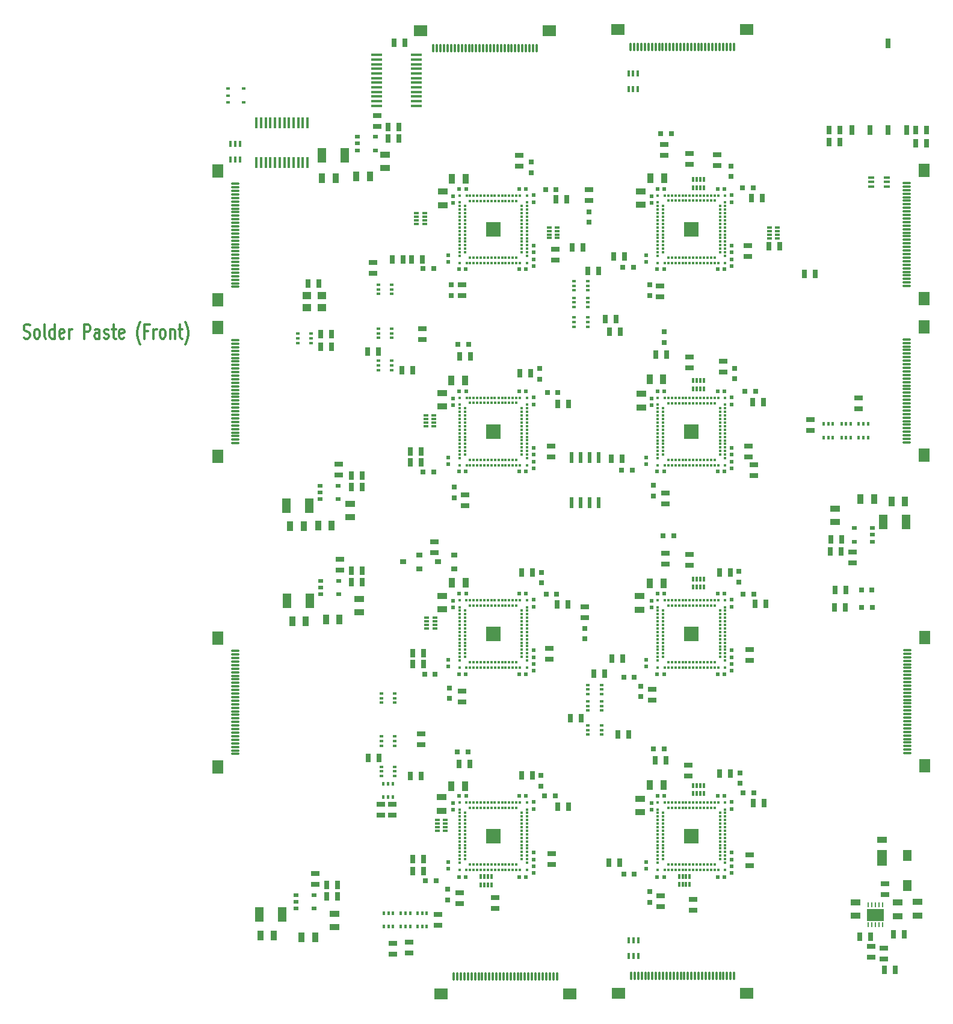
<source format=gtp>
G04 (created by PCBNEW-RS274X (2012-01-19 BZR 3256)-stable) date Tue 25 Sep 2012 19:38:28 BST*
G01*
G70*
G90*
%MOIN*%
G04 Gerber Fmt 3.4, Leading zero omitted, Abs format*
%FSLAX34Y34*%
G04 APERTURE LIST*
%ADD10C,0.009800*%
%ADD11C,0.012000*%
%ADD12R,0.025600X0.011800*%
%ADD13R,0.051200X0.043300*%
%ADD14R,0.074800X0.063000*%
%ADD15O,0.011800X0.049200*%
%ADD16R,0.045000X0.025000*%
%ADD17R,0.030000X0.020000*%
%ADD18R,0.025000X0.045000*%
%ADD19R,0.093700X0.065000*%
%ADD20R,0.009800X0.026600*%
%ADD21R,0.055100X0.086600*%
%ADD22R,0.055100X0.035400*%
%ADD23R,0.015700X0.019700*%
%ADD24R,0.019700X0.015700*%
%ADD25R,0.063000X0.074800*%
%ADD26O,0.049200X0.011800*%
%ADD27R,0.011800X0.063000*%
%ADD28R,0.063000X0.011800*%
%ADD29R,0.025600X0.053100*%
%ADD30R,0.037400X0.025600*%
%ADD31R,0.023600X0.015700*%
%ADD32R,0.047200X0.063000*%
%ADD33R,0.047200X0.078700*%
%ADD34R,0.024400X0.024400*%
%ADD35R,0.055000X0.035000*%
%ADD36R,0.035000X0.055000*%
%ADD37R,0.031400X0.031400*%
%ADD38R,0.020000X0.059100*%
%ADD39R,0.011800X0.025600*%
%ADD40R,0.013800X0.033500*%
%ADD41R,0.033500X0.013800*%
%ADD42R,0.078800X0.078800*%
%ADD43R,0.011800X0.011800*%
G04 APERTURE END LIST*
G54D10*
G54D11*
X05409Y-28032D02*
X05495Y-28070D01*
X05638Y-28070D01*
X05695Y-28032D01*
X05724Y-27994D01*
X05752Y-27917D01*
X05752Y-27841D01*
X05724Y-27765D01*
X05695Y-27727D01*
X05638Y-27689D01*
X05524Y-27651D01*
X05466Y-27613D01*
X05438Y-27575D01*
X05409Y-27498D01*
X05409Y-27422D01*
X05438Y-27346D01*
X05466Y-27308D01*
X05524Y-27270D01*
X05666Y-27270D01*
X05752Y-27308D01*
X06095Y-28070D02*
X06037Y-28032D01*
X06009Y-27994D01*
X05980Y-27917D01*
X05980Y-27689D01*
X06009Y-27613D01*
X06037Y-27575D01*
X06095Y-27536D01*
X06180Y-27536D01*
X06237Y-27575D01*
X06266Y-27613D01*
X06295Y-27689D01*
X06295Y-27917D01*
X06266Y-27994D01*
X06237Y-28032D01*
X06180Y-28070D01*
X06095Y-28070D01*
X06638Y-28070D02*
X06580Y-28032D01*
X06552Y-27956D01*
X06552Y-27270D01*
X07123Y-28070D02*
X07123Y-27270D01*
X07123Y-28032D02*
X07066Y-28070D01*
X06952Y-28070D01*
X06894Y-28032D01*
X06866Y-27994D01*
X06837Y-27917D01*
X06837Y-27689D01*
X06866Y-27613D01*
X06894Y-27575D01*
X06952Y-27536D01*
X07066Y-27536D01*
X07123Y-27575D01*
X07637Y-28032D02*
X07580Y-28070D01*
X07466Y-28070D01*
X07409Y-28032D01*
X07380Y-27956D01*
X07380Y-27651D01*
X07409Y-27575D01*
X07466Y-27536D01*
X07580Y-27536D01*
X07637Y-27575D01*
X07666Y-27651D01*
X07666Y-27727D01*
X07380Y-27803D01*
X07923Y-28070D02*
X07923Y-27536D01*
X07923Y-27689D02*
X07951Y-27613D01*
X07980Y-27575D01*
X08037Y-27536D01*
X08094Y-27536D01*
X08751Y-28070D02*
X08751Y-27270D01*
X08979Y-27270D01*
X09037Y-27308D01*
X09065Y-27346D01*
X09094Y-27422D01*
X09094Y-27536D01*
X09065Y-27613D01*
X09037Y-27651D01*
X08979Y-27689D01*
X08751Y-27689D01*
X09608Y-28070D02*
X09608Y-27651D01*
X09579Y-27575D01*
X09522Y-27536D01*
X09408Y-27536D01*
X09351Y-27575D01*
X09608Y-28032D02*
X09551Y-28070D01*
X09408Y-28070D01*
X09351Y-28032D01*
X09322Y-27956D01*
X09322Y-27879D01*
X09351Y-27803D01*
X09408Y-27765D01*
X09551Y-27765D01*
X09608Y-27727D01*
X09865Y-28032D02*
X09922Y-28070D01*
X10037Y-28070D01*
X10094Y-28032D01*
X10122Y-27956D01*
X10122Y-27917D01*
X10094Y-27841D01*
X10037Y-27803D01*
X09951Y-27803D01*
X09894Y-27765D01*
X09865Y-27689D01*
X09865Y-27651D01*
X09894Y-27575D01*
X09951Y-27536D01*
X10037Y-27536D01*
X10094Y-27575D01*
X10294Y-27536D02*
X10523Y-27536D01*
X10380Y-27270D02*
X10380Y-27956D01*
X10408Y-28032D01*
X10466Y-28070D01*
X10523Y-28070D01*
X10951Y-28032D02*
X10894Y-28070D01*
X10780Y-28070D01*
X10723Y-28032D01*
X10694Y-27956D01*
X10694Y-27651D01*
X10723Y-27575D01*
X10780Y-27536D01*
X10894Y-27536D01*
X10951Y-27575D01*
X10980Y-27651D01*
X10980Y-27727D01*
X10694Y-27803D01*
X11865Y-28375D02*
X11837Y-28336D01*
X11780Y-28222D01*
X11751Y-28146D01*
X11722Y-28032D01*
X11694Y-27841D01*
X11694Y-27689D01*
X11722Y-27498D01*
X11751Y-27384D01*
X11780Y-27308D01*
X11837Y-27194D01*
X11865Y-27156D01*
X12294Y-27651D02*
X12094Y-27651D01*
X12094Y-28070D02*
X12094Y-27270D01*
X12380Y-27270D01*
X12608Y-28070D02*
X12608Y-27536D01*
X12608Y-27689D02*
X12636Y-27613D01*
X12665Y-27575D01*
X12722Y-27536D01*
X12779Y-27536D01*
X13065Y-28070D02*
X13007Y-28032D01*
X12979Y-27994D01*
X12950Y-27917D01*
X12950Y-27689D01*
X12979Y-27613D01*
X13007Y-27575D01*
X13065Y-27536D01*
X13150Y-27536D01*
X13207Y-27575D01*
X13236Y-27613D01*
X13265Y-27689D01*
X13265Y-27917D01*
X13236Y-27994D01*
X13207Y-28032D01*
X13150Y-28070D01*
X13065Y-28070D01*
X13522Y-27536D02*
X13522Y-28070D01*
X13522Y-27613D02*
X13550Y-27575D01*
X13608Y-27536D01*
X13693Y-27536D01*
X13750Y-27575D01*
X13779Y-27651D01*
X13779Y-28070D01*
X13979Y-27536D02*
X14208Y-27536D01*
X14065Y-27270D02*
X14065Y-27956D01*
X14093Y-28032D01*
X14151Y-28070D01*
X14208Y-28070D01*
X14351Y-28375D02*
X14379Y-28336D01*
X14436Y-28222D01*
X14465Y-28146D01*
X14494Y-28032D01*
X14522Y-27841D01*
X14522Y-27689D01*
X14494Y-27498D01*
X14465Y-27384D01*
X14436Y-27308D01*
X14379Y-27194D01*
X14351Y-27156D01*
G54D12*
X27174Y-21122D03*
X27174Y-21319D03*
X27174Y-21516D03*
X27174Y-21713D03*
X27627Y-21713D03*
X27627Y-21516D03*
X27627Y-21319D03*
X27627Y-21122D03*
G54D13*
X21929Y-25699D03*
X21103Y-25699D03*
X21103Y-26349D03*
X21929Y-26349D03*
G54D14*
X45454Y-10964D03*
X38328Y-10964D03*
G54D15*
X39036Y-11928D03*
X39232Y-11928D03*
X39429Y-11928D03*
X39626Y-11928D03*
X39823Y-11928D03*
X40020Y-11928D03*
X40217Y-11928D03*
X40414Y-11928D03*
X40610Y-11928D03*
X40807Y-11928D03*
X41004Y-11928D03*
X41201Y-11928D03*
X41398Y-11928D03*
X41595Y-11928D03*
X41793Y-11929D03*
X41988Y-11928D03*
X42185Y-11928D03*
X42382Y-11928D03*
X42776Y-11928D03*
X43170Y-11928D03*
X43563Y-11928D03*
X43366Y-11928D03*
X42973Y-11928D03*
X42579Y-11928D03*
X43760Y-11928D03*
X43957Y-11928D03*
X44154Y-11928D03*
X44351Y-11928D03*
X44547Y-11928D03*
X44746Y-11928D03*
G54D14*
X34526Y-11022D03*
X27400Y-11022D03*
G54D15*
X28108Y-11986D03*
X28304Y-11986D03*
X28501Y-11986D03*
X28698Y-11986D03*
X28895Y-11986D03*
X29092Y-11986D03*
X29289Y-11986D03*
X29486Y-11986D03*
X29682Y-11986D03*
X29879Y-11986D03*
X30076Y-11986D03*
X30273Y-11986D03*
X30470Y-11986D03*
X30667Y-11986D03*
X30865Y-11987D03*
X31060Y-11986D03*
X31257Y-11986D03*
X31454Y-11986D03*
X31848Y-11986D03*
X32242Y-11986D03*
X32635Y-11986D03*
X32438Y-11986D03*
X32045Y-11986D03*
X31651Y-11986D03*
X32832Y-11986D03*
X33029Y-11986D03*
X33226Y-11986D03*
X33423Y-11986D03*
X33619Y-11986D03*
X33818Y-11986D03*
G54D16*
X34528Y-45812D03*
X34528Y-45212D03*
X34646Y-57170D03*
X34646Y-56570D03*
X45531Y-23528D03*
X45531Y-22928D03*
X45551Y-34610D03*
X45551Y-34010D03*
G54D17*
X20485Y-58877D03*
X20485Y-59627D03*
X21485Y-58877D03*
X20485Y-59252D03*
X21485Y-59627D03*
G54D16*
X21575Y-58293D03*
X21575Y-57693D03*
G54D18*
X22800Y-58327D03*
X22200Y-58327D03*
G54D17*
X21841Y-36213D03*
X21841Y-36963D03*
X22841Y-36213D03*
X21841Y-36588D03*
X22841Y-36963D03*
G54D16*
X22855Y-35616D03*
X22855Y-35016D03*
G54D18*
X24156Y-35663D03*
X23556Y-35663D03*
X24160Y-40923D03*
X23560Y-40923D03*
G54D16*
X22935Y-40889D03*
X22935Y-40289D03*
G54D17*
X21845Y-41473D03*
X21845Y-42223D03*
X22845Y-41473D03*
X21845Y-41848D03*
X22845Y-42223D03*
X23890Y-16891D03*
X23890Y-17641D03*
X24890Y-16891D03*
X23890Y-17266D03*
X24890Y-17641D03*
X52419Y-39303D03*
X52419Y-38553D03*
X51419Y-39303D03*
X52419Y-38928D03*
X51419Y-38553D03*
G54D19*
X52585Y-59971D03*
G54D20*
X52585Y-60522D03*
X52782Y-60522D03*
X52979Y-60522D03*
X52388Y-60522D03*
X52191Y-60522D03*
X52585Y-59420D03*
X52388Y-59420D03*
X52191Y-59420D03*
X52782Y-59420D03*
X52979Y-59420D03*
G54D21*
X52972Y-56831D03*
G54D22*
X52972Y-55827D03*
G54D18*
X50104Y-39853D03*
X50704Y-39853D03*
G54D16*
X51329Y-39887D03*
X51329Y-40487D03*
X52350Y-62318D03*
X52350Y-61718D03*
G54D18*
X52315Y-61172D03*
X51715Y-61172D03*
G54D16*
X53071Y-61806D03*
X53071Y-62406D03*
G54D18*
X53605Y-61054D03*
X54205Y-61054D03*
G54D16*
X24980Y-16307D03*
X24980Y-15707D03*
G54D18*
X26205Y-16341D03*
X25605Y-16341D03*
G54D16*
X34862Y-23725D03*
X34862Y-23125D03*
G54D23*
X27481Y-59882D03*
X27737Y-59882D03*
X27225Y-59882D03*
X27225Y-60630D03*
X27481Y-60630D03*
X27737Y-60630D03*
X26556Y-59882D03*
X26812Y-59882D03*
X26300Y-59882D03*
X26300Y-60630D03*
X26556Y-60630D03*
X26812Y-60630D03*
X25611Y-59882D03*
X25867Y-59882D03*
X25355Y-59882D03*
X25355Y-60630D03*
X25611Y-60630D03*
X25867Y-60630D03*
G54D16*
X45630Y-57249D03*
X45630Y-56649D03*
X45610Y-45891D03*
X45610Y-45291D03*
X34626Y-34610D03*
X34626Y-34010D03*
G54D24*
X35904Y-25137D03*
X35904Y-24881D03*
X35904Y-25393D03*
X36652Y-25393D03*
X36652Y-25137D03*
X36652Y-24881D03*
X25059Y-25335D03*
X25059Y-25079D03*
X25059Y-25591D03*
X25807Y-25591D03*
X25807Y-25335D03*
X25807Y-25079D03*
X35904Y-26063D03*
X35904Y-25807D03*
X35904Y-26319D03*
X36652Y-26319D03*
X36652Y-26063D03*
X36652Y-25807D03*
X25059Y-27776D03*
X25059Y-27520D03*
X25059Y-28032D03*
X25807Y-28032D03*
X25807Y-27776D03*
X25807Y-27520D03*
G54D14*
X28524Y-64351D03*
X35650Y-64351D03*
G54D15*
X34942Y-63387D03*
X34746Y-63387D03*
X34549Y-63387D03*
X34352Y-63387D03*
X34155Y-63387D03*
X33958Y-63387D03*
X33761Y-63387D03*
X33564Y-63387D03*
X33368Y-63387D03*
X33171Y-63387D03*
X32974Y-63387D03*
X32777Y-63387D03*
X32580Y-63387D03*
X32383Y-63387D03*
X32185Y-63386D03*
X31990Y-63387D03*
X31793Y-63387D03*
X31596Y-63387D03*
X31202Y-63387D03*
X30808Y-63387D03*
X30415Y-63387D03*
X30612Y-63387D03*
X31005Y-63387D03*
X31399Y-63387D03*
X30218Y-63387D03*
X30021Y-63387D03*
X29824Y-63387D03*
X29627Y-63387D03*
X29431Y-63387D03*
X29232Y-63387D03*
G54D14*
X38347Y-64312D03*
X45473Y-64312D03*
G54D15*
X44765Y-63348D03*
X44569Y-63348D03*
X44372Y-63348D03*
X44175Y-63348D03*
X43978Y-63348D03*
X43781Y-63348D03*
X43584Y-63348D03*
X43387Y-63348D03*
X43191Y-63348D03*
X42994Y-63348D03*
X42797Y-63348D03*
X42600Y-63348D03*
X42403Y-63348D03*
X42206Y-63348D03*
X42008Y-63347D03*
X41813Y-63348D03*
X41616Y-63348D03*
X41419Y-63348D03*
X41025Y-63348D03*
X40631Y-63348D03*
X40238Y-63348D03*
X40435Y-63348D03*
X40828Y-63348D03*
X41222Y-63348D03*
X40041Y-63348D03*
X39844Y-63348D03*
X39647Y-63348D03*
X39450Y-63348D03*
X39254Y-63348D03*
X39055Y-63348D03*
G54D25*
X55294Y-25865D03*
X55294Y-18739D03*
G54D26*
X54330Y-19447D03*
X54330Y-19643D03*
X54330Y-19840D03*
X54330Y-20037D03*
X54330Y-20234D03*
X54330Y-20431D03*
X54330Y-20628D03*
X54330Y-20825D03*
X54330Y-21021D03*
X54330Y-21218D03*
X54330Y-21415D03*
X54330Y-21612D03*
X54330Y-21809D03*
X54330Y-22006D03*
X54329Y-22204D03*
X54330Y-22399D03*
X54330Y-22596D03*
X54330Y-22793D03*
X54330Y-23187D03*
X54330Y-23581D03*
X54330Y-23974D03*
X54330Y-23777D03*
X54330Y-23384D03*
X54330Y-22990D03*
X54330Y-24171D03*
X54330Y-24368D03*
X54330Y-24565D03*
X54330Y-24762D03*
X54330Y-24958D03*
X54330Y-25157D03*
G54D25*
X55296Y-34527D03*
X55296Y-27401D03*
G54D26*
X54332Y-28109D03*
X54332Y-28305D03*
X54332Y-28502D03*
X54332Y-28699D03*
X54332Y-28896D03*
X54332Y-29093D03*
X54332Y-29290D03*
X54332Y-29487D03*
X54332Y-29683D03*
X54332Y-29880D03*
X54332Y-30077D03*
X54332Y-30274D03*
X54332Y-30471D03*
X54332Y-30668D03*
X54331Y-30866D03*
X54332Y-31061D03*
X54332Y-31258D03*
X54332Y-31455D03*
X54332Y-31849D03*
X54332Y-32243D03*
X54332Y-32636D03*
X54332Y-32439D03*
X54332Y-32046D03*
X54332Y-31652D03*
X54332Y-32833D03*
X54332Y-33030D03*
X54332Y-33227D03*
X54332Y-33424D03*
X54332Y-33620D03*
X54332Y-33819D03*
G54D25*
X55316Y-51732D03*
X55316Y-44606D03*
G54D26*
X54352Y-45314D03*
X54352Y-45510D03*
X54352Y-45707D03*
X54352Y-45904D03*
X54352Y-46101D03*
X54352Y-46298D03*
X54352Y-46495D03*
X54352Y-46692D03*
X54352Y-46888D03*
X54352Y-47085D03*
X54352Y-47282D03*
X54352Y-47479D03*
X54352Y-47676D03*
X54352Y-47873D03*
X54351Y-48071D03*
X54352Y-48266D03*
X54352Y-48463D03*
X54352Y-48660D03*
X54352Y-49054D03*
X54352Y-49448D03*
X54352Y-49841D03*
X54352Y-49644D03*
X54352Y-49251D03*
X54352Y-48857D03*
X54352Y-50038D03*
X54352Y-50235D03*
X54352Y-50432D03*
X54352Y-50629D03*
X54352Y-50825D03*
X54352Y-51024D03*
G54D25*
X16161Y-44646D03*
X16161Y-51772D03*
G54D26*
X17125Y-51064D03*
X17125Y-50868D03*
X17125Y-50671D03*
X17125Y-50474D03*
X17125Y-50277D03*
X17125Y-50080D03*
X17125Y-49883D03*
X17125Y-49686D03*
X17125Y-49490D03*
X17125Y-49293D03*
X17125Y-49096D03*
X17125Y-48899D03*
X17125Y-48702D03*
X17125Y-48505D03*
X17126Y-48307D03*
X17125Y-48112D03*
X17125Y-47915D03*
X17125Y-47718D03*
X17125Y-47324D03*
X17125Y-46930D03*
X17125Y-46537D03*
X17125Y-46734D03*
X17125Y-47127D03*
X17125Y-47521D03*
X17125Y-46340D03*
X17125Y-46143D03*
X17125Y-45946D03*
X17125Y-45749D03*
X17125Y-45553D03*
X17125Y-45354D03*
G54D25*
X16161Y-27441D03*
X16161Y-34567D03*
G54D26*
X17125Y-33859D03*
X17125Y-33663D03*
X17125Y-33466D03*
X17125Y-33269D03*
X17125Y-33072D03*
X17125Y-32875D03*
X17125Y-32678D03*
X17125Y-32481D03*
X17125Y-32285D03*
X17125Y-32088D03*
X17125Y-31891D03*
X17125Y-31694D03*
X17125Y-31497D03*
X17125Y-31300D03*
X17126Y-31102D03*
X17125Y-30907D03*
X17125Y-30710D03*
X17125Y-30513D03*
X17125Y-30119D03*
X17125Y-29725D03*
X17125Y-29332D03*
X17125Y-29529D03*
X17125Y-29922D03*
X17125Y-30316D03*
X17125Y-29135D03*
X17125Y-28938D03*
X17125Y-28741D03*
X17125Y-28544D03*
X17125Y-28348D03*
X17125Y-28149D03*
G54D25*
X16160Y-18780D03*
X16160Y-25906D03*
G54D26*
X17124Y-25198D03*
X17124Y-25002D03*
X17124Y-24805D03*
X17124Y-24608D03*
X17124Y-24411D03*
X17124Y-24214D03*
X17124Y-24017D03*
X17124Y-23820D03*
X17124Y-23624D03*
X17124Y-23427D03*
X17124Y-23230D03*
X17124Y-23033D03*
X17124Y-22836D03*
X17124Y-22639D03*
X17125Y-22441D03*
X17124Y-22246D03*
X17124Y-22049D03*
X17124Y-21852D03*
X17124Y-21458D03*
X17124Y-21064D03*
X17124Y-20671D03*
X17124Y-20868D03*
X17124Y-21261D03*
X17124Y-21655D03*
X17124Y-20474D03*
X17124Y-20277D03*
X17124Y-20080D03*
X17124Y-19883D03*
X17124Y-19687D03*
X17124Y-19488D03*
G54D27*
X20610Y-18307D03*
X20866Y-18307D03*
X21122Y-18307D03*
X20354Y-18307D03*
X20098Y-18307D03*
X19842Y-18307D03*
X18307Y-18307D03*
X18563Y-18307D03*
X18819Y-18307D03*
X19587Y-18307D03*
X19331Y-18307D03*
X19075Y-18307D03*
X19075Y-16103D03*
X19331Y-16103D03*
X19587Y-16103D03*
X18819Y-16103D03*
X18563Y-16103D03*
X18307Y-16103D03*
X19842Y-16103D03*
X20098Y-16103D03*
X20354Y-16103D03*
X21122Y-16103D03*
X20866Y-16103D03*
X20610Y-16103D03*
G54D28*
X27165Y-12874D03*
X27165Y-12618D03*
X27165Y-12362D03*
X27165Y-13130D03*
X27165Y-13386D03*
X27165Y-13642D03*
X27165Y-15177D03*
X27165Y-14921D03*
X27165Y-14665D03*
X27165Y-13897D03*
X27165Y-14153D03*
X27165Y-14409D03*
X24961Y-14409D03*
X24961Y-14153D03*
X24961Y-13897D03*
X24961Y-14665D03*
X24961Y-14921D03*
X24961Y-15177D03*
X24961Y-13642D03*
X24961Y-13386D03*
X24961Y-13130D03*
X24961Y-12362D03*
X24961Y-12618D03*
X24961Y-12874D03*
G54D29*
X53306Y-16516D03*
X54310Y-16516D03*
X52302Y-16516D03*
X51298Y-16516D03*
X53307Y-11713D03*
G54D30*
X29252Y-40806D03*
X29252Y-40058D03*
X28346Y-40432D03*
X27323Y-40806D03*
X27323Y-40058D03*
X26417Y-40432D03*
G54D16*
X28169Y-39306D03*
X28169Y-39906D03*
X26752Y-61472D03*
X26752Y-62072D03*
G54D24*
X35905Y-27145D03*
X35905Y-26889D03*
X35905Y-27401D03*
X36653Y-27401D03*
X36653Y-27145D03*
X36653Y-26889D03*
G54D31*
X16713Y-14606D03*
X16713Y-14232D03*
X16713Y-14980D03*
X17579Y-14980D03*
X17579Y-14232D03*
G54D16*
X24764Y-24454D03*
X24764Y-23854D03*
G54D18*
X54818Y-16516D03*
X55418Y-16516D03*
X54818Y-17244D03*
X55418Y-17244D03*
X50635Y-17185D03*
X50035Y-17185D03*
X50635Y-16516D03*
X50035Y-16516D03*
G54D24*
X36673Y-47500D03*
X36673Y-47244D03*
X36673Y-47756D03*
X37421Y-47756D03*
X37421Y-47500D03*
X37421Y-47244D03*
X36673Y-48406D03*
X36673Y-48150D03*
X36673Y-48662D03*
X37421Y-48662D03*
X37421Y-48406D03*
X37421Y-48150D03*
X25217Y-47972D03*
X25217Y-47716D03*
X25217Y-48228D03*
X25965Y-48228D03*
X25965Y-47972D03*
X25965Y-47716D03*
X25217Y-50354D03*
X25217Y-50098D03*
X25217Y-50610D03*
X25965Y-50610D03*
X25965Y-50354D03*
X25965Y-50098D03*
G54D23*
X50965Y-33543D03*
X50709Y-33543D03*
X51221Y-33543D03*
X51221Y-32795D03*
X50965Y-32795D03*
X50709Y-32795D03*
X51929Y-33543D03*
X51673Y-33543D03*
X52185Y-33543D03*
X52185Y-32795D03*
X51929Y-32795D03*
X51673Y-32795D03*
G54D24*
X20581Y-28051D03*
X20581Y-27795D03*
X20581Y-28307D03*
X21329Y-28307D03*
X21329Y-28051D03*
X21329Y-27795D03*
X36673Y-49744D03*
X36673Y-49488D03*
X36673Y-50000D03*
X37421Y-50000D03*
X37421Y-49744D03*
X37421Y-49488D03*
X25217Y-52028D03*
X25217Y-51772D03*
X25217Y-52284D03*
X25965Y-52284D03*
X25965Y-52028D03*
X25965Y-51772D03*
G54D23*
X49980Y-33543D03*
X49724Y-33543D03*
X50236Y-33543D03*
X50236Y-32795D03*
X49980Y-32795D03*
X49724Y-32795D03*
G54D32*
X54350Y-56671D03*
X54350Y-58345D03*
G54D33*
X54291Y-38205D03*
X53031Y-38205D03*
X18457Y-59960D03*
X19717Y-59960D03*
X19990Y-42578D03*
X21250Y-42578D03*
X19957Y-37322D03*
X21217Y-37322D03*
X21941Y-17925D03*
X23201Y-17925D03*
G54D16*
X53110Y-58863D03*
X53110Y-58263D03*
G54D18*
X21767Y-25010D03*
X21167Y-25010D03*
X26206Y-16969D03*
X25606Y-16969D03*
X53106Y-63012D03*
X53706Y-63012D03*
X50113Y-39173D03*
X50713Y-39173D03*
X24158Y-41555D03*
X23558Y-41555D03*
X24158Y-36299D03*
X23558Y-36299D03*
X22800Y-58957D03*
X22200Y-58957D03*
X37249Y-24331D03*
X36649Y-24331D03*
G54D16*
X27421Y-49936D03*
X27421Y-50536D03*
X27480Y-28115D03*
X27480Y-27515D03*
G54D18*
X37583Y-46614D03*
X36983Y-46614D03*
G54D16*
X42224Y-51669D03*
X42224Y-52269D03*
X42303Y-40015D03*
X42303Y-40615D03*
X42500Y-59129D03*
X42500Y-59729D03*
X25866Y-62150D03*
X25866Y-61550D03*
X51673Y-31354D03*
X51673Y-31954D03*
X31535Y-59011D03*
X31535Y-59611D03*
G54D18*
X24503Y-51280D03*
X25103Y-51280D03*
X27426Y-52283D03*
X26826Y-52283D03*
X38922Y-50000D03*
X38322Y-50000D03*
X35684Y-49075D03*
X36284Y-49075D03*
X27564Y-45472D03*
X26964Y-45472D03*
X27544Y-56870D03*
X26944Y-56870D03*
X38450Y-27697D03*
X37850Y-27697D03*
X38233Y-26969D03*
X37633Y-26969D03*
X26973Y-29803D03*
X26373Y-29803D03*
X24464Y-28799D03*
X25064Y-28799D03*
X36402Y-23012D03*
X35802Y-23012D03*
X27426Y-34311D03*
X26826Y-34311D03*
G54D16*
X42303Y-17830D03*
X42303Y-18430D03*
X42303Y-29070D03*
X42303Y-29670D03*
G54D18*
X47308Y-22953D03*
X46708Y-22953D03*
X48657Y-24488D03*
X49257Y-24488D03*
X26422Y-23681D03*
X25822Y-23681D03*
X38686Y-23524D03*
X38086Y-23524D03*
G54D16*
X40669Y-25153D03*
X40669Y-25753D03*
X43819Y-18469D03*
X43819Y-17869D03*
G54D18*
X45724Y-20295D03*
X46324Y-20295D03*
X38568Y-34724D03*
X37968Y-34724D03*
G54D16*
X40945Y-36629D03*
X40945Y-37229D03*
X44154Y-29926D03*
X44154Y-29326D03*
G54D18*
X45783Y-31575D03*
X46383Y-31575D03*
X27564Y-46083D03*
X26964Y-46083D03*
G54D16*
X29685Y-47574D03*
X29685Y-48174D03*
G54D18*
X32987Y-41004D03*
X33587Y-41004D03*
X34956Y-42776D03*
X35556Y-42776D03*
X27544Y-57539D03*
X26944Y-57539D03*
G54D16*
X29547Y-58735D03*
X29547Y-59335D03*
G54D18*
X33007Y-52244D03*
X33607Y-52244D03*
X34995Y-53996D03*
X35595Y-53996D03*
X38587Y-45768D03*
X37987Y-45768D03*
G54D16*
X40217Y-47495D03*
X40217Y-48095D03*
G54D18*
X43972Y-41024D03*
X44572Y-41024D03*
X45920Y-42756D03*
X46520Y-42756D03*
X38410Y-57087D03*
X37810Y-57087D03*
G54D16*
X40689Y-58932D03*
X40689Y-59532D03*
G54D18*
X43972Y-52146D03*
X44572Y-52146D03*
X45822Y-53799D03*
X46422Y-53799D03*
X27485Y-23681D03*
X26885Y-23681D03*
G54D16*
X29705Y-25074D03*
X29705Y-25674D03*
X32854Y-18509D03*
X32854Y-17909D03*
G54D18*
X34877Y-20354D03*
X35477Y-20354D03*
X27426Y-34902D03*
X26826Y-34902D03*
G54D16*
X29843Y-36728D03*
X29843Y-37328D03*
G54D18*
X32889Y-30000D03*
X33489Y-30000D03*
X34976Y-31673D03*
X35576Y-31673D03*
G54D34*
X33642Y-22921D03*
X33642Y-23299D03*
X29193Y-20563D03*
X29193Y-20185D03*
X28917Y-23453D03*
X28917Y-23831D03*
X33642Y-20504D03*
X33642Y-20126D03*
X33642Y-23669D03*
X33642Y-24047D03*
X29913Y-19783D03*
X29535Y-19783D03*
X32862Y-24232D03*
X33240Y-24232D03*
X29894Y-24232D03*
X29516Y-24232D03*
X32862Y-19783D03*
X33240Y-19783D03*
X43846Y-30984D03*
X44224Y-30984D03*
X40878Y-35433D03*
X40500Y-35433D03*
X43846Y-35433D03*
X44224Y-35433D03*
X40898Y-30984D03*
X40520Y-30984D03*
X44626Y-34870D03*
X44626Y-35248D03*
X44626Y-31705D03*
X44626Y-31327D03*
X39902Y-34654D03*
X39902Y-35032D03*
X40177Y-31764D03*
X40177Y-31386D03*
X44626Y-34122D03*
X44626Y-34500D03*
X44626Y-22921D03*
X44626Y-23299D03*
X40177Y-20563D03*
X40177Y-20185D03*
X39902Y-23453D03*
X39902Y-23831D03*
X44626Y-20504D03*
X44626Y-20126D03*
X44626Y-23669D03*
X44626Y-24047D03*
X40898Y-19783D03*
X40520Y-19783D03*
X43846Y-24232D03*
X44224Y-24232D03*
X40878Y-24232D03*
X40500Y-24232D03*
X43846Y-19783D03*
X44224Y-19783D03*
X32862Y-30984D03*
X33240Y-30984D03*
X29894Y-35433D03*
X29516Y-35433D03*
X32862Y-35433D03*
X33240Y-35433D03*
X29913Y-30984D03*
X29535Y-30984D03*
X33642Y-34870D03*
X33642Y-35248D03*
X33642Y-31705D03*
X33642Y-31327D03*
X28917Y-34654D03*
X28917Y-35032D03*
X29193Y-31764D03*
X29193Y-31386D03*
X33642Y-34122D03*
X33642Y-34500D03*
X33642Y-56524D03*
X33642Y-56902D03*
X29193Y-54165D03*
X29193Y-53787D03*
X28917Y-57055D03*
X28917Y-57433D03*
X33642Y-54106D03*
X33642Y-53728D03*
X33642Y-57272D03*
X33642Y-57650D03*
X29913Y-53386D03*
X29535Y-53386D03*
X32862Y-57894D03*
X33240Y-57894D03*
X29894Y-57894D03*
X29516Y-57894D03*
X32862Y-53386D03*
X33240Y-53386D03*
X43846Y-53386D03*
X44224Y-53386D03*
X40878Y-57894D03*
X40500Y-57894D03*
X43846Y-57894D03*
X44224Y-57894D03*
X40898Y-53386D03*
X40520Y-53386D03*
X44626Y-57272D03*
X44626Y-57650D03*
X44626Y-54106D03*
X44626Y-53728D03*
X39902Y-57055D03*
X39902Y-57433D03*
X40177Y-54165D03*
X40177Y-53787D03*
X44626Y-56524D03*
X44626Y-56902D03*
X44626Y-45323D03*
X44626Y-45701D03*
X40177Y-42965D03*
X40177Y-42587D03*
X39902Y-45854D03*
X39902Y-46232D03*
X44626Y-42906D03*
X44626Y-42528D03*
X44626Y-46071D03*
X44626Y-46449D03*
X40898Y-42185D03*
X40520Y-42185D03*
X43846Y-46634D03*
X44224Y-46634D03*
X40878Y-46634D03*
X40500Y-46634D03*
X43846Y-42185D03*
X44224Y-42185D03*
X32862Y-42185D03*
X33240Y-42185D03*
X29894Y-46634D03*
X29516Y-46634D03*
X32862Y-46634D03*
X33240Y-46634D03*
X29913Y-42185D03*
X29535Y-42185D03*
X33642Y-46071D03*
X33642Y-46449D03*
X33642Y-42906D03*
X33642Y-42528D03*
X28917Y-45854D03*
X28917Y-46232D03*
X29193Y-42965D03*
X29193Y-42587D03*
X33642Y-45323D03*
X33642Y-45701D03*
G54D35*
X28622Y-20670D03*
X28622Y-19920D03*
G54D36*
X29883Y-19213D03*
X29133Y-19213D03*
G54D35*
X28602Y-31832D03*
X28602Y-31082D03*
G54D36*
X29844Y-30394D03*
X29094Y-30394D03*
X23838Y-19094D03*
X24588Y-19094D03*
G54D35*
X39587Y-20651D03*
X39587Y-19901D03*
G54D36*
X40887Y-19193D03*
X40137Y-19193D03*
G54D35*
X39626Y-31871D03*
X39626Y-31121D03*
G54D36*
X40828Y-30315D03*
X40078Y-30315D03*
X21712Y-38425D03*
X22462Y-38425D03*
G54D35*
X23504Y-37204D03*
X23504Y-37954D03*
X28583Y-43052D03*
X28583Y-42302D03*
G54D36*
X29883Y-41594D03*
X29133Y-41594D03*
G54D35*
X28543Y-54214D03*
X28543Y-53464D03*
G54D36*
X29844Y-52835D03*
X29094Y-52835D03*
X22145Y-43622D03*
X22895Y-43622D03*
G54D35*
X23976Y-42479D03*
X23976Y-43229D03*
X39528Y-43072D03*
X39528Y-42322D03*
G54D36*
X40847Y-41614D03*
X40097Y-41614D03*
G54D35*
X39567Y-54292D03*
X39567Y-53542D03*
G54D36*
X40847Y-52795D03*
X40097Y-52795D03*
X20806Y-61220D03*
X21556Y-61220D03*
G54D35*
X22638Y-59901D03*
X22638Y-60651D03*
X50374Y-38229D03*
X50374Y-37479D03*
X25433Y-17873D03*
X25433Y-18623D03*
X54941Y-59251D03*
X54941Y-60001D03*
X53819Y-59290D03*
X53819Y-60040D03*
X51496Y-59271D03*
X51496Y-60021D03*
G54D16*
X49006Y-32544D03*
X49006Y-33144D03*
X28346Y-60566D03*
X28346Y-59966D03*
G54D18*
X22465Y-27815D03*
X21865Y-27815D03*
X21865Y-28514D03*
X22465Y-28514D03*
G54D37*
X33524Y-18289D03*
X33524Y-18879D03*
X35000Y-31043D03*
X34410Y-31043D03*
X33976Y-29724D03*
X33976Y-30314D03*
X34901Y-19824D03*
X34311Y-19824D03*
X27540Y-24194D03*
X28130Y-24194D03*
X29094Y-25670D03*
X29094Y-25080D03*
X45826Y-19705D03*
X45236Y-19705D03*
X44587Y-18505D03*
X44587Y-19095D03*
X38603Y-24115D03*
X39193Y-24115D03*
X40079Y-25670D03*
X40079Y-25080D03*
X27520Y-35452D03*
X28110Y-35452D03*
X29272Y-36889D03*
X29272Y-36299D03*
X45945Y-30984D03*
X45355Y-30984D03*
X44783Y-29704D03*
X44783Y-30294D03*
X38524Y-35334D03*
X39114Y-35334D03*
X40295Y-36771D03*
X40295Y-36181D03*
X28996Y-47992D03*
X28996Y-47402D03*
X27618Y-46653D03*
X28208Y-46653D03*
X34094Y-41004D03*
X34094Y-41594D03*
X34941Y-42204D03*
X34351Y-42204D03*
X39606Y-47893D03*
X39606Y-47303D03*
X38642Y-46811D03*
X39232Y-46811D03*
X45039Y-40965D03*
X45039Y-41555D03*
X45846Y-42205D03*
X45256Y-42205D03*
X45846Y-53209D03*
X45256Y-53209D03*
X45089Y-52107D03*
X45089Y-52697D03*
X38642Y-57716D03*
X39232Y-57716D03*
X40098Y-59271D03*
X40098Y-58681D03*
X34842Y-53386D03*
X34252Y-53386D03*
X34075Y-52264D03*
X34075Y-52854D03*
X28898Y-59153D03*
X28898Y-58563D03*
X27658Y-58091D03*
X28248Y-58091D03*
G54D36*
X52521Y-36959D03*
X51771Y-36959D03*
G54D38*
X35750Y-34650D03*
X36250Y-34650D03*
X36750Y-34650D03*
X37250Y-34650D03*
X37250Y-37150D03*
X36750Y-37150D03*
X36250Y-37150D03*
X35750Y-37150D03*
G54D39*
X42500Y-19706D03*
X42697Y-19706D03*
X42894Y-19706D03*
X43091Y-19706D03*
X43091Y-19253D03*
X42894Y-19253D03*
X42697Y-19253D03*
X42500Y-19253D03*
G54D12*
X28132Y-32913D03*
X28132Y-32716D03*
X28132Y-32519D03*
X28132Y-32322D03*
X27679Y-32322D03*
X27679Y-32519D03*
X27679Y-32716D03*
X27679Y-32913D03*
G54D39*
X42500Y-30838D03*
X42697Y-30838D03*
X42894Y-30838D03*
X43091Y-30838D03*
X43091Y-30385D03*
X42894Y-30385D03*
X42697Y-30385D03*
X42500Y-30385D03*
G54D12*
X34972Y-22500D03*
X34972Y-22303D03*
X34972Y-22106D03*
X34972Y-21909D03*
X34519Y-21909D03*
X34519Y-22106D03*
X34519Y-22303D03*
X34519Y-22500D03*
X46721Y-21910D03*
X46721Y-22107D03*
X46721Y-22304D03*
X46721Y-22501D03*
X47174Y-22501D03*
X47174Y-22304D03*
X47174Y-22107D03*
X47174Y-21910D03*
X28181Y-44114D03*
X28181Y-43917D03*
X28181Y-43720D03*
X28181Y-43523D03*
X27728Y-43523D03*
X27728Y-43720D03*
X27728Y-43917D03*
X27728Y-44114D03*
G54D39*
X42500Y-41822D03*
X42697Y-41822D03*
X42894Y-41822D03*
X43091Y-41822D03*
X43091Y-41369D03*
X42894Y-41369D03*
X42697Y-41369D03*
X42500Y-41369D03*
X42500Y-53259D03*
X42697Y-53259D03*
X42894Y-53259D03*
X43091Y-53259D03*
X43091Y-52806D03*
X42894Y-52806D03*
X42697Y-52806D03*
X42500Y-52806D03*
X41713Y-58299D03*
X41910Y-58299D03*
X42107Y-58299D03*
X42304Y-58299D03*
X42304Y-57846D03*
X42107Y-57846D03*
X41910Y-57846D03*
X41713Y-57846D03*
X30729Y-58319D03*
X30926Y-58319D03*
X31123Y-58319D03*
X31320Y-58319D03*
X31320Y-57866D03*
X31123Y-57866D03*
X30926Y-57866D03*
X30729Y-57866D03*
G54D12*
X28771Y-55315D03*
X28771Y-55118D03*
X28771Y-54921D03*
X28771Y-54724D03*
X28318Y-54724D03*
X28318Y-54921D03*
X28318Y-55118D03*
X28318Y-55315D03*
G54D37*
X51821Y-42963D03*
X52411Y-42963D03*
X51811Y-41998D03*
X52401Y-41998D03*
G54D36*
X54241Y-37087D03*
X53491Y-37087D03*
X21034Y-43701D03*
X20284Y-43701D03*
X19265Y-61114D03*
X18515Y-61114D03*
X21936Y-19185D03*
X22686Y-19185D03*
X20914Y-38445D03*
X20164Y-38445D03*
G54D16*
X45846Y-35054D03*
X45846Y-35654D03*
G54D18*
X50340Y-42963D03*
X50940Y-42963D03*
X50350Y-41998D03*
X50950Y-41998D03*
G54D40*
X39193Y-62264D03*
X39449Y-62264D03*
X38937Y-62264D03*
X39193Y-61398D03*
X38937Y-61398D03*
X39449Y-61398D03*
G54D41*
X53228Y-19390D03*
X53228Y-19134D03*
X53228Y-19646D03*
X52362Y-19390D03*
X52362Y-19646D03*
X52362Y-19134D03*
G54D40*
X39173Y-13386D03*
X38917Y-13386D03*
X39429Y-13386D03*
X39173Y-14252D03*
X39429Y-14252D03*
X38917Y-14252D03*
X17126Y-18150D03*
X17382Y-18150D03*
X16870Y-18150D03*
X17126Y-17284D03*
X16870Y-17284D03*
X17382Y-17284D03*
G54D24*
X25059Y-29547D03*
X25059Y-29291D03*
X25059Y-29803D03*
X25807Y-29803D03*
X25807Y-29547D03*
X25807Y-29291D03*
G54D37*
X40886Y-50797D03*
X40296Y-50797D03*
G54D18*
X40999Y-51427D03*
X40399Y-51427D03*
G54D37*
X30029Y-50935D03*
X29439Y-50935D03*
X36476Y-44105D03*
X36476Y-44695D03*
X41427Y-38986D03*
X40837Y-38986D03*
X30049Y-28396D03*
X29459Y-28396D03*
X36722Y-21034D03*
X36722Y-21624D03*
X41279Y-16703D03*
X40689Y-16703D03*
X40906Y-28267D03*
X40906Y-27677D03*
G54D18*
X30123Y-51624D03*
X29523Y-51624D03*
G54D16*
X36476Y-42909D03*
X36476Y-43509D03*
X40955Y-40546D03*
X40955Y-39946D03*
G54D18*
X30143Y-29055D03*
X29543Y-29055D03*
G54D16*
X36732Y-19818D03*
X36732Y-20418D03*
X40906Y-17908D03*
X40906Y-17308D03*
G54D18*
X41038Y-28957D03*
X40438Y-28957D03*
G54D16*
X25839Y-54450D03*
X25839Y-53850D03*
X25181Y-54446D03*
X25181Y-53846D03*
G54D23*
X25587Y-52709D03*
X25843Y-52709D03*
X25331Y-52709D03*
X25331Y-53457D03*
X25587Y-53457D03*
X25843Y-53457D03*
G54D42*
X31418Y-22009D03*
G54D43*
X33288Y-23879D03*
X29548Y-23879D03*
X33288Y-20139D03*
X29548Y-20139D03*
X29942Y-20139D03*
X30139Y-20139D03*
X30336Y-20139D03*
X30533Y-20139D03*
X30729Y-20139D03*
X30926Y-20139D03*
X31123Y-20139D03*
X31320Y-20139D03*
X31507Y-20139D03*
X31714Y-20139D03*
X31911Y-20139D03*
X32108Y-20139D03*
X32304Y-20139D03*
X32501Y-20139D03*
X32698Y-20139D03*
X32894Y-20139D03*
X30138Y-20434D03*
X30335Y-20434D03*
X30532Y-20434D03*
X30729Y-20434D03*
X30926Y-20434D03*
X31123Y-20434D03*
X31320Y-20434D03*
X31516Y-20434D03*
X31713Y-20434D03*
X31910Y-20434D03*
X32107Y-20434D03*
X32304Y-20434D03*
X32501Y-20434D03*
X32698Y-20434D03*
X29548Y-20533D03*
X29548Y-20729D03*
X29548Y-20926D03*
X29548Y-21123D03*
X29548Y-21320D03*
X29548Y-21517D03*
X29548Y-21911D03*
X29548Y-22108D03*
X29548Y-22304D03*
X29548Y-22501D03*
X29548Y-22894D03*
X29548Y-23091D03*
X29548Y-23288D03*
X29548Y-23485D03*
X29548Y-21714D03*
X29548Y-22698D03*
X29843Y-20729D03*
X29843Y-20926D03*
X29843Y-21123D03*
X29843Y-21320D03*
X29843Y-21517D03*
X29843Y-21714D03*
X29843Y-21911D03*
X29843Y-22107D03*
X29843Y-22304D03*
X29843Y-22501D03*
X29843Y-22698D03*
X29843Y-22895D03*
X29843Y-23092D03*
X29843Y-23289D03*
X29942Y-23879D03*
X30138Y-23879D03*
X30335Y-23879D03*
X30532Y-23879D03*
X30729Y-23879D03*
X30926Y-23879D03*
X31123Y-23879D03*
X31320Y-23879D03*
X31516Y-23879D03*
X31713Y-23879D03*
X31910Y-23879D03*
X32107Y-23879D03*
X32304Y-23879D03*
X32501Y-23879D03*
X32698Y-23879D03*
X32894Y-23879D03*
X30138Y-23584D03*
X30335Y-23584D03*
X30532Y-23584D03*
X30729Y-23584D03*
X30926Y-23584D03*
X31123Y-23584D03*
X31320Y-23584D03*
X31516Y-23584D03*
X31713Y-23584D03*
X31910Y-23584D03*
X32107Y-23584D03*
X32304Y-23584D03*
X32501Y-23584D03*
X32698Y-23584D03*
X33288Y-23485D03*
X33288Y-23289D03*
X33288Y-23092D03*
X33288Y-22895D03*
X33288Y-22698D03*
X33288Y-22501D03*
X33288Y-22304D03*
X33288Y-22107D03*
X33288Y-21911D03*
X33288Y-21714D03*
X33288Y-21517D03*
X33288Y-21123D03*
X33288Y-21320D03*
X33288Y-20926D03*
X33288Y-20729D03*
X33288Y-20533D03*
X32993Y-23289D03*
X32993Y-23092D03*
X32993Y-22895D03*
X32993Y-22698D03*
X32993Y-22501D03*
X32993Y-22304D03*
X32993Y-22107D03*
X32993Y-21911D03*
X32993Y-21714D03*
X32993Y-21517D03*
X32993Y-21320D03*
X32993Y-21123D03*
X32993Y-20926D03*
X32993Y-20729D03*
G54D42*
X42402Y-22007D03*
G54D43*
X44272Y-23877D03*
X40532Y-23877D03*
X44272Y-20137D03*
X40532Y-20137D03*
X40926Y-20137D03*
X41123Y-20137D03*
X41320Y-20137D03*
X41517Y-20137D03*
X41713Y-20137D03*
X41910Y-20137D03*
X42107Y-20137D03*
X42304Y-20137D03*
X42491Y-20137D03*
X42698Y-20137D03*
X42895Y-20137D03*
X43092Y-20137D03*
X43288Y-20137D03*
X43485Y-20137D03*
X43682Y-20137D03*
X43878Y-20137D03*
X41122Y-20432D03*
X41319Y-20432D03*
X41516Y-20432D03*
X41713Y-20432D03*
X41910Y-20432D03*
X42107Y-20432D03*
X42304Y-20432D03*
X42500Y-20432D03*
X42697Y-20432D03*
X42894Y-20432D03*
X43091Y-20432D03*
X43288Y-20432D03*
X43485Y-20432D03*
X43682Y-20432D03*
X40532Y-20531D03*
X40532Y-20727D03*
X40532Y-20924D03*
X40532Y-21121D03*
X40532Y-21318D03*
X40532Y-21515D03*
X40532Y-21909D03*
X40532Y-22106D03*
X40532Y-22302D03*
X40532Y-22499D03*
X40532Y-22892D03*
X40532Y-23089D03*
X40532Y-23286D03*
X40532Y-23483D03*
X40532Y-21712D03*
X40532Y-22696D03*
X40827Y-20727D03*
X40827Y-20924D03*
X40827Y-21121D03*
X40827Y-21318D03*
X40827Y-21515D03*
X40827Y-21712D03*
X40827Y-21909D03*
X40827Y-22105D03*
X40827Y-22302D03*
X40827Y-22499D03*
X40827Y-22696D03*
X40827Y-22893D03*
X40827Y-23090D03*
X40827Y-23287D03*
X40926Y-23877D03*
X41122Y-23877D03*
X41319Y-23877D03*
X41516Y-23877D03*
X41713Y-23877D03*
X41910Y-23877D03*
X42107Y-23877D03*
X42304Y-23877D03*
X42500Y-23877D03*
X42697Y-23877D03*
X42894Y-23877D03*
X43091Y-23877D03*
X43288Y-23877D03*
X43485Y-23877D03*
X43682Y-23877D03*
X43878Y-23877D03*
X41122Y-23582D03*
X41319Y-23582D03*
X41516Y-23582D03*
X41713Y-23582D03*
X41910Y-23582D03*
X42107Y-23582D03*
X42304Y-23582D03*
X42500Y-23582D03*
X42697Y-23582D03*
X42894Y-23582D03*
X43091Y-23582D03*
X43288Y-23582D03*
X43485Y-23582D03*
X43682Y-23582D03*
X44272Y-23483D03*
X44272Y-23287D03*
X44272Y-23090D03*
X44272Y-22893D03*
X44272Y-22696D03*
X44272Y-22499D03*
X44272Y-22302D03*
X44272Y-22105D03*
X44272Y-21909D03*
X44272Y-21712D03*
X44272Y-21515D03*
X44272Y-21121D03*
X44272Y-21318D03*
X44272Y-20924D03*
X44272Y-20727D03*
X44272Y-20531D03*
X43977Y-23287D03*
X43977Y-23090D03*
X43977Y-22893D03*
X43977Y-22696D03*
X43977Y-22499D03*
X43977Y-22302D03*
X43977Y-22105D03*
X43977Y-21909D03*
X43977Y-21712D03*
X43977Y-21515D03*
X43977Y-21318D03*
X43977Y-21121D03*
X43977Y-20924D03*
X43977Y-20727D03*
G54D42*
X31418Y-33206D03*
G54D43*
X33288Y-35076D03*
X29548Y-35076D03*
X33288Y-31336D03*
X29548Y-31336D03*
X29942Y-31336D03*
X30139Y-31336D03*
X30336Y-31336D03*
X30533Y-31336D03*
X30729Y-31336D03*
X30926Y-31336D03*
X31123Y-31336D03*
X31320Y-31336D03*
X31507Y-31336D03*
X31714Y-31336D03*
X31911Y-31336D03*
X32108Y-31336D03*
X32304Y-31336D03*
X32501Y-31336D03*
X32698Y-31336D03*
X32894Y-31336D03*
X30138Y-31631D03*
X30335Y-31631D03*
X30532Y-31631D03*
X30729Y-31631D03*
X30926Y-31631D03*
X31123Y-31631D03*
X31320Y-31631D03*
X31516Y-31631D03*
X31713Y-31631D03*
X31910Y-31631D03*
X32107Y-31631D03*
X32304Y-31631D03*
X32501Y-31631D03*
X32698Y-31631D03*
X29548Y-31730D03*
X29548Y-31926D03*
X29548Y-32123D03*
X29548Y-32320D03*
X29548Y-32517D03*
X29548Y-32714D03*
X29548Y-33108D03*
X29548Y-33305D03*
X29548Y-33501D03*
X29548Y-33698D03*
X29548Y-34091D03*
X29548Y-34288D03*
X29548Y-34485D03*
X29548Y-34682D03*
X29548Y-32911D03*
X29548Y-33895D03*
X29843Y-31926D03*
X29843Y-32123D03*
X29843Y-32320D03*
X29843Y-32517D03*
X29843Y-32714D03*
X29843Y-32911D03*
X29843Y-33108D03*
X29843Y-33304D03*
X29843Y-33501D03*
X29843Y-33698D03*
X29843Y-33895D03*
X29843Y-34092D03*
X29843Y-34289D03*
X29843Y-34486D03*
X29942Y-35076D03*
X30138Y-35076D03*
X30335Y-35076D03*
X30532Y-35076D03*
X30729Y-35076D03*
X30926Y-35076D03*
X31123Y-35076D03*
X31320Y-35076D03*
X31516Y-35076D03*
X31713Y-35076D03*
X31910Y-35076D03*
X32107Y-35076D03*
X32304Y-35076D03*
X32501Y-35076D03*
X32698Y-35076D03*
X32894Y-35076D03*
X30138Y-34781D03*
X30335Y-34781D03*
X30532Y-34781D03*
X30729Y-34781D03*
X30926Y-34781D03*
X31123Y-34781D03*
X31320Y-34781D03*
X31516Y-34781D03*
X31713Y-34781D03*
X31910Y-34781D03*
X32107Y-34781D03*
X32304Y-34781D03*
X32501Y-34781D03*
X32698Y-34781D03*
X33288Y-34682D03*
X33288Y-34486D03*
X33288Y-34289D03*
X33288Y-34092D03*
X33288Y-33895D03*
X33288Y-33698D03*
X33288Y-33501D03*
X33288Y-33304D03*
X33288Y-33108D03*
X33288Y-32911D03*
X33288Y-32714D03*
X33288Y-32320D03*
X33288Y-32517D03*
X33288Y-32123D03*
X33288Y-31926D03*
X33288Y-31730D03*
X32993Y-34486D03*
X32993Y-34289D03*
X32993Y-34092D03*
X32993Y-33895D03*
X32993Y-33698D03*
X32993Y-33501D03*
X32993Y-33304D03*
X32993Y-33108D03*
X32993Y-32911D03*
X32993Y-32714D03*
X32993Y-32517D03*
X32993Y-32320D03*
X32993Y-32123D03*
X32993Y-31926D03*
G54D42*
X42402Y-33209D03*
G54D43*
X44272Y-35079D03*
X40532Y-35079D03*
X44272Y-31339D03*
X40532Y-31339D03*
X40926Y-31339D03*
X41123Y-31339D03*
X41320Y-31339D03*
X41517Y-31339D03*
X41713Y-31339D03*
X41910Y-31339D03*
X42107Y-31339D03*
X42304Y-31339D03*
X42491Y-31339D03*
X42698Y-31339D03*
X42895Y-31339D03*
X43092Y-31339D03*
X43288Y-31339D03*
X43485Y-31339D03*
X43682Y-31339D03*
X43878Y-31339D03*
X41122Y-31634D03*
X41319Y-31634D03*
X41516Y-31634D03*
X41713Y-31634D03*
X41910Y-31634D03*
X42107Y-31634D03*
X42304Y-31634D03*
X42500Y-31634D03*
X42697Y-31634D03*
X42894Y-31634D03*
X43091Y-31634D03*
X43288Y-31634D03*
X43485Y-31634D03*
X43682Y-31634D03*
X40532Y-31733D03*
X40532Y-31929D03*
X40532Y-32126D03*
X40532Y-32323D03*
X40532Y-32520D03*
X40532Y-32717D03*
X40532Y-33111D03*
X40532Y-33308D03*
X40532Y-33504D03*
X40532Y-33701D03*
X40532Y-34094D03*
X40532Y-34291D03*
X40532Y-34488D03*
X40532Y-34685D03*
X40532Y-32914D03*
X40532Y-33898D03*
X40827Y-31929D03*
X40827Y-32126D03*
X40827Y-32323D03*
X40827Y-32520D03*
X40827Y-32717D03*
X40827Y-32914D03*
X40827Y-33111D03*
X40827Y-33307D03*
X40827Y-33504D03*
X40827Y-33701D03*
X40827Y-33898D03*
X40827Y-34095D03*
X40827Y-34292D03*
X40827Y-34489D03*
X40926Y-35079D03*
X41122Y-35079D03*
X41319Y-35079D03*
X41516Y-35079D03*
X41713Y-35079D03*
X41910Y-35079D03*
X42107Y-35079D03*
X42304Y-35079D03*
X42500Y-35079D03*
X42697Y-35079D03*
X42894Y-35079D03*
X43091Y-35079D03*
X43288Y-35079D03*
X43485Y-35079D03*
X43682Y-35079D03*
X43878Y-35079D03*
X41122Y-34784D03*
X41319Y-34784D03*
X41516Y-34784D03*
X41713Y-34784D03*
X41910Y-34784D03*
X42107Y-34784D03*
X42304Y-34784D03*
X42500Y-34784D03*
X42697Y-34784D03*
X42894Y-34784D03*
X43091Y-34784D03*
X43288Y-34784D03*
X43485Y-34784D03*
X43682Y-34784D03*
X44272Y-34685D03*
X44272Y-34489D03*
X44272Y-34292D03*
X44272Y-34095D03*
X44272Y-33898D03*
X44272Y-33701D03*
X44272Y-33504D03*
X44272Y-33307D03*
X44272Y-33111D03*
X44272Y-32914D03*
X44272Y-32717D03*
X44272Y-32323D03*
X44272Y-32520D03*
X44272Y-32126D03*
X44272Y-31929D03*
X44272Y-31733D03*
X43977Y-34489D03*
X43977Y-34292D03*
X43977Y-34095D03*
X43977Y-33898D03*
X43977Y-33701D03*
X43977Y-33504D03*
X43977Y-33307D03*
X43977Y-33111D03*
X43977Y-32914D03*
X43977Y-32717D03*
X43977Y-32520D03*
X43977Y-32323D03*
X43977Y-32126D03*
X43977Y-31929D03*
G54D42*
X31417Y-44411D03*
G54D43*
X33287Y-46281D03*
X29547Y-46281D03*
X33287Y-42541D03*
X29547Y-42541D03*
X29941Y-42541D03*
X30138Y-42541D03*
X30335Y-42541D03*
X30532Y-42541D03*
X30728Y-42541D03*
X30925Y-42541D03*
X31122Y-42541D03*
X31319Y-42541D03*
X31506Y-42541D03*
X31713Y-42541D03*
X31910Y-42541D03*
X32107Y-42541D03*
X32303Y-42541D03*
X32500Y-42541D03*
X32697Y-42541D03*
X32893Y-42541D03*
X30137Y-42836D03*
X30334Y-42836D03*
X30531Y-42836D03*
X30728Y-42836D03*
X30925Y-42836D03*
X31122Y-42836D03*
X31319Y-42836D03*
X31515Y-42836D03*
X31712Y-42836D03*
X31909Y-42836D03*
X32106Y-42836D03*
X32303Y-42836D03*
X32500Y-42836D03*
X32697Y-42836D03*
X29547Y-42935D03*
X29547Y-43131D03*
X29547Y-43328D03*
X29547Y-43525D03*
X29547Y-43722D03*
X29547Y-43919D03*
X29547Y-44313D03*
X29547Y-44510D03*
X29547Y-44706D03*
X29547Y-44903D03*
X29547Y-45296D03*
X29547Y-45493D03*
X29547Y-45690D03*
X29547Y-45887D03*
X29547Y-44116D03*
X29547Y-45100D03*
X29842Y-43131D03*
X29842Y-43328D03*
X29842Y-43525D03*
X29842Y-43722D03*
X29842Y-43919D03*
X29842Y-44116D03*
X29842Y-44313D03*
X29842Y-44509D03*
X29842Y-44706D03*
X29842Y-44903D03*
X29842Y-45100D03*
X29842Y-45297D03*
X29842Y-45494D03*
X29842Y-45691D03*
X29941Y-46281D03*
X30137Y-46281D03*
X30334Y-46281D03*
X30531Y-46281D03*
X30728Y-46281D03*
X30925Y-46281D03*
X31122Y-46281D03*
X31319Y-46281D03*
X31515Y-46281D03*
X31712Y-46281D03*
X31909Y-46281D03*
X32106Y-46281D03*
X32303Y-46281D03*
X32500Y-46281D03*
X32697Y-46281D03*
X32893Y-46281D03*
X30137Y-45986D03*
X30334Y-45986D03*
X30531Y-45986D03*
X30728Y-45986D03*
X30925Y-45986D03*
X31122Y-45986D03*
X31319Y-45986D03*
X31515Y-45986D03*
X31712Y-45986D03*
X31909Y-45986D03*
X32106Y-45986D03*
X32303Y-45986D03*
X32500Y-45986D03*
X32697Y-45986D03*
X33287Y-45887D03*
X33287Y-45691D03*
X33287Y-45494D03*
X33287Y-45297D03*
X33287Y-45100D03*
X33287Y-44903D03*
X33287Y-44706D03*
X33287Y-44509D03*
X33287Y-44313D03*
X33287Y-44116D03*
X33287Y-43919D03*
X33287Y-43525D03*
X33287Y-43722D03*
X33287Y-43328D03*
X33287Y-43131D03*
X33287Y-42935D03*
X32992Y-45691D03*
X32992Y-45494D03*
X32992Y-45297D03*
X32992Y-45100D03*
X32992Y-44903D03*
X32992Y-44706D03*
X32992Y-44509D03*
X32992Y-44313D03*
X32992Y-44116D03*
X32992Y-43919D03*
X32992Y-43722D03*
X32992Y-43525D03*
X32992Y-43328D03*
X32992Y-43131D03*
G54D42*
X42401Y-44412D03*
G54D43*
X44271Y-46282D03*
X40531Y-46282D03*
X44271Y-42542D03*
X40531Y-42542D03*
X40925Y-42542D03*
X41122Y-42542D03*
X41319Y-42542D03*
X41516Y-42542D03*
X41712Y-42542D03*
X41909Y-42542D03*
X42106Y-42542D03*
X42303Y-42542D03*
X42490Y-42542D03*
X42697Y-42542D03*
X42894Y-42542D03*
X43091Y-42542D03*
X43287Y-42542D03*
X43484Y-42542D03*
X43681Y-42542D03*
X43877Y-42542D03*
X41121Y-42837D03*
X41318Y-42837D03*
X41515Y-42837D03*
X41712Y-42837D03*
X41909Y-42837D03*
X42106Y-42837D03*
X42303Y-42837D03*
X42499Y-42837D03*
X42696Y-42837D03*
X42893Y-42837D03*
X43090Y-42837D03*
X43287Y-42837D03*
X43484Y-42837D03*
X43681Y-42837D03*
X40531Y-42936D03*
X40531Y-43132D03*
X40531Y-43329D03*
X40531Y-43526D03*
X40531Y-43723D03*
X40531Y-43920D03*
X40531Y-44314D03*
X40531Y-44511D03*
X40531Y-44707D03*
X40531Y-44904D03*
X40531Y-45297D03*
X40531Y-45494D03*
X40531Y-45691D03*
X40531Y-45888D03*
X40531Y-44117D03*
X40531Y-45101D03*
X40826Y-43132D03*
X40826Y-43329D03*
X40826Y-43526D03*
X40826Y-43723D03*
X40826Y-43920D03*
X40826Y-44117D03*
X40826Y-44314D03*
X40826Y-44510D03*
X40826Y-44707D03*
X40826Y-44904D03*
X40826Y-45101D03*
X40826Y-45298D03*
X40826Y-45495D03*
X40826Y-45692D03*
X40925Y-46282D03*
X41121Y-46282D03*
X41318Y-46282D03*
X41515Y-46282D03*
X41712Y-46282D03*
X41909Y-46282D03*
X42106Y-46282D03*
X42303Y-46282D03*
X42499Y-46282D03*
X42696Y-46282D03*
X42893Y-46282D03*
X43090Y-46282D03*
X43287Y-46282D03*
X43484Y-46282D03*
X43681Y-46282D03*
X43877Y-46282D03*
X41121Y-45987D03*
X41318Y-45987D03*
X41515Y-45987D03*
X41712Y-45987D03*
X41909Y-45987D03*
X42106Y-45987D03*
X42303Y-45987D03*
X42499Y-45987D03*
X42696Y-45987D03*
X42893Y-45987D03*
X43090Y-45987D03*
X43287Y-45987D03*
X43484Y-45987D03*
X43681Y-45987D03*
X44271Y-45888D03*
X44271Y-45692D03*
X44271Y-45495D03*
X44271Y-45298D03*
X44271Y-45101D03*
X44271Y-44904D03*
X44271Y-44707D03*
X44271Y-44510D03*
X44271Y-44314D03*
X44271Y-44117D03*
X44271Y-43920D03*
X44271Y-43526D03*
X44271Y-43723D03*
X44271Y-43329D03*
X44271Y-43132D03*
X44271Y-42936D03*
X43976Y-45692D03*
X43976Y-45495D03*
X43976Y-45298D03*
X43976Y-45101D03*
X43976Y-44904D03*
X43976Y-44707D03*
X43976Y-44510D03*
X43976Y-44314D03*
X43976Y-44117D03*
X43976Y-43920D03*
X43976Y-43723D03*
X43976Y-43526D03*
X43976Y-43329D03*
X43976Y-43132D03*
G54D42*
X31417Y-55610D03*
G54D43*
X33287Y-57480D03*
X29547Y-57480D03*
X33287Y-53740D03*
X29547Y-53740D03*
X29941Y-53740D03*
X30138Y-53740D03*
X30335Y-53740D03*
X30532Y-53740D03*
X30728Y-53740D03*
X30925Y-53740D03*
X31122Y-53740D03*
X31319Y-53740D03*
X31506Y-53740D03*
X31713Y-53740D03*
X31910Y-53740D03*
X32107Y-53740D03*
X32303Y-53740D03*
X32500Y-53740D03*
X32697Y-53740D03*
X32893Y-53740D03*
X30137Y-54035D03*
X30334Y-54035D03*
X30531Y-54035D03*
X30728Y-54035D03*
X30925Y-54035D03*
X31122Y-54035D03*
X31319Y-54035D03*
X31515Y-54035D03*
X31712Y-54035D03*
X31909Y-54035D03*
X32106Y-54035D03*
X32303Y-54035D03*
X32500Y-54035D03*
X32697Y-54035D03*
X29547Y-54134D03*
X29547Y-54330D03*
X29547Y-54527D03*
X29547Y-54724D03*
X29547Y-54921D03*
X29547Y-55118D03*
X29547Y-55512D03*
X29547Y-55709D03*
X29547Y-55905D03*
X29547Y-56102D03*
X29547Y-56495D03*
X29547Y-56692D03*
X29547Y-56889D03*
X29547Y-57086D03*
X29547Y-55315D03*
X29547Y-56299D03*
X29842Y-54330D03*
X29842Y-54527D03*
X29842Y-54724D03*
X29842Y-54921D03*
X29842Y-55118D03*
X29842Y-55315D03*
X29842Y-55512D03*
X29842Y-55708D03*
X29842Y-55905D03*
X29842Y-56102D03*
X29842Y-56299D03*
X29842Y-56496D03*
X29842Y-56693D03*
X29842Y-56890D03*
X29941Y-57480D03*
X30137Y-57480D03*
X30334Y-57480D03*
X30531Y-57480D03*
X30728Y-57480D03*
X30925Y-57480D03*
X31122Y-57480D03*
X31319Y-57480D03*
X31515Y-57480D03*
X31712Y-57480D03*
X31909Y-57480D03*
X32106Y-57480D03*
X32303Y-57480D03*
X32500Y-57480D03*
X32697Y-57480D03*
X32893Y-57480D03*
X30137Y-57185D03*
X30334Y-57185D03*
X30531Y-57185D03*
X30728Y-57185D03*
X30925Y-57185D03*
X31122Y-57185D03*
X31319Y-57185D03*
X31515Y-57185D03*
X31712Y-57185D03*
X31909Y-57185D03*
X32106Y-57185D03*
X32303Y-57185D03*
X32500Y-57185D03*
X32697Y-57185D03*
X33287Y-57086D03*
X33287Y-56890D03*
X33287Y-56693D03*
X33287Y-56496D03*
X33287Y-56299D03*
X33287Y-56102D03*
X33287Y-55905D03*
X33287Y-55708D03*
X33287Y-55512D03*
X33287Y-55315D03*
X33287Y-55118D03*
X33287Y-54724D03*
X33287Y-54921D03*
X33287Y-54527D03*
X33287Y-54330D03*
X33287Y-54134D03*
X32992Y-56890D03*
X32992Y-56693D03*
X32992Y-56496D03*
X32992Y-56299D03*
X32992Y-56102D03*
X32992Y-55905D03*
X32992Y-55708D03*
X32992Y-55512D03*
X32992Y-55315D03*
X32992Y-55118D03*
X32992Y-54921D03*
X32992Y-54724D03*
X32992Y-54527D03*
X32992Y-54330D03*
G54D42*
X42401Y-55611D03*
G54D43*
X44271Y-57481D03*
X40531Y-57481D03*
X44271Y-53741D03*
X40531Y-53741D03*
X40925Y-53741D03*
X41122Y-53741D03*
X41319Y-53741D03*
X41516Y-53741D03*
X41712Y-53741D03*
X41909Y-53741D03*
X42106Y-53741D03*
X42303Y-53741D03*
X42490Y-53741D03*
X42697Y-53741D03*
X42894Y-53741D03*
X43091Y-53741D03*
X43287Y-53741D03*
X43484Y-53741D03*
X43681Y-53741D03*
X43877Y-53741D03*
X41121Y-54036D03*
X41318Y-54036D03*
X41515Y-54036D03*
X41712Y-54036D03*
X41909Y-54036D03*
X42106Y-54036D03*
X42303Y-54036D03*
X42499Y-54036D03*
X42696Y-54036D03*
X42893Y-54036D03*
X43090Y-54036D03*
X43287Y-54036D03*
X43484Y-54036D03*
X43681Y-54036D03*
X40531Y-54135D03*
X40531Y-54331D03*
X40531Y-54528D03*
X40531Y-54725D03*
X40531Y-54922D03*
X40531Y-55119D03*
X40531Y-55513D03*
X40531Y-55710D03*
X40531Y-55906D03*
X40531Y-56103D03*
X40531Y-56496D03*
X40531Y-56693D03*
X40531Y-56890D03*
X40531Y-57087D03*
X40531Y-55316D03*
X40531Y-56300D03*
X40826Y-54331D03*
X40826Y-54528D03*
X40826Y-54725D03*
X40826Y-54922D03*
X40826Y-55119D03*
X40826Y-55316D03*
X40826Y-55513D03*
X40826Y-55709D03*
X40826Y-55906D03*
X40826Y-56103D03*
X40826Y-56300D03*
X40826Y-56497D03*
X40826Y-56694D03*
X40826Y-56891D03*
X40925Y-57481D03*
X41121Y-57481D03*
X41318Y-57481D03*
X41515Y-57481D03*
X41712Y-57481D03*
X41909Y-57481D03*
X42106Y-57481D03*
X42303Y-57481D03*
X42499Y-57481D03*
X42696Y-57481D03*
X42893Y-57481D03*
X43090Y-57481D03*
X43287Y-57481D03*
X43484Y-57481D03*
X43681Y-57481D03*
X43877Y-57481D03*
X41121Y-57186D03*
X41318Y-57186D03*
X41515Y-57186D03*
X41712Y-57186D03*
X41909Y-57186D03*
X42106Y-57186D03*
X42303Y-57186D03*
X42499Y-57186D03*
X42696Y-57186D03*
X42893Y-57186D03*
X43090Y-57186D03*
X43287Y-57186D03*
X43484Y-57186D03*
X43681Y-57186D03*
X44271Y-57087D03*
X44271Y-56891D03*
X44271Y-56694D03*
X44271Y-56497D03*
X44271Y-56300D03*
X44271Y-56103D03*
X44271Y-55906D03*
X44271Y-55709D03*
X44271Y-55513D03*
X44271Y-55316D03*
X44271Y-55119D03*
X44271Y-54725D03*
X44271Y-54922D03*
X44271Y-54528D03*
X44271Y-54331D03*
X44271Y-54135D03*
X43976Y-56891D03*
X43976Y-56694D03*
X43976Y-56497D03*
X43976Y-56300D03*
X43976Y-56103D03*
X43976Y-55906D03*
X43976Y-55709D03*
X43976Y-55513D03*
X43976Y-55316D03*
X43976Y-55119D03*
X43976Y-54922D03*
X43976Y-54725D03*
X43976Y-54528D03*
X43976Y-54331D03*
G54D18*
X26520Y-11673D03*
X25920Y-11673D03*
M02*

</source>
